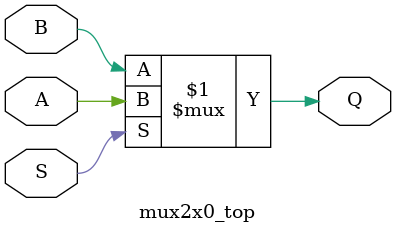
<source format=v>
module mux2x0_top (A,B,S,Q); 
input A,B,S;
output Q;

assign Q= (S)? A: B;

endmodule



</source>
